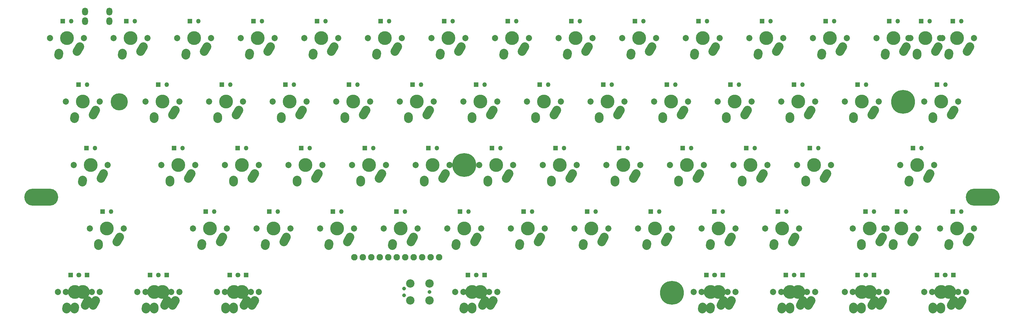
<source format=gts>
G04 #@! TF.FileFunction,Soldermask,Top*
%FSLAX46Y46*%
G04 Gerber Fmt 4.6, Leading zero omitted, Abs format (unit mm)*
G04 Created by KiCad (PCBNEW (2016-01-20 BZR 6502, Git 4c1d9af)-product) date 2/15/2016 2:16:01 AM*
%MOMM*%
G01*
G04 APERTURE LIST*
%ADD10C,0.150000*%
%ADD11C,7.152640*%
%ADD12C,5.153660*%
%ADD13O,10.152380X5.153660*%
%ADD14C,1.143010*%
%ADD15C,2.527310*%
%ADD16C,4.140210*%
%ADD17C,1.854210*%
%ADD18C,2.652400*%
%ADD19O,1.802400X2.352400*%
%ADD20O,1.352400X1.352400*%
%ADD21R,1.352400X1.352400*%
%ADD22C,1.952400*%
G04 APERTURE END LIST*
D10*
D11*
X190504000Y-111921000D03*
X252689000Y-150221000D03*
X321940000Y-92920800D03*
D12*
X87109300Y-92920800D03*
D13*
X63748900Y-121521000D03*
X345831000Y-121521000D03*
D14*
X180022000Y-150020000D03*
X172402000Y-149004000D03*
X172402000Y-151036000D03*
D15*
X180022000Y-147480000D03*
X174307000Y-147480000D03*
X180022000Y-152560000D03*
X174307000Y-152560000D03*
D16*
X76200000Y-150020000D03*
D17*
X81280000Y-150020000D03*
X71120000Y-150020000D03*
D18*
X79199547Y-154019954D02*
X80010453Y-152560046D01*
X73660276Y-155099328D02*
X73699724Y-154520672D01*
D16*
X100012000Y-150020000D03*
D17*
X105092000Y-150020000D03*
X94932000Y-150020000D03*
D18*
X103011547Y-154019954D02*
X103822453Y-152560046D01*
X97472276Y-155099328D02*
X97511724Y-154520672D01*
D16*
X123825000Y-150020000D03*
D17*
X128905000Y-150020000D03*
X118745000Y-150020000D03*
D18*
X126824547Y-154019954D02*
X127635453Y-152560046D01*
X121285276Y-155099328D02*
X121324724Y-154520672D01*
D16*
X195262000Y-150020000D03*
D17*
X200342000Y-150020000D03*
X190182000Y-150020000D03*
D18*
X198261547Y-154019954D02*
X199072453Y-152560046D01*
X192722276Y-155099328D02*
X192761724Y-154520672D01*
D16*
X266700000Y-150020000D03*
D17*
X271780000Y-150020000D03*
X261620000Y-150020000D03*
D18*
X269699547Y-154019954D02*
X270510453Y-152560046D01*
X264160276Y-155099328D02*
X264199724Y-154520672D01*
D16*
X290512000Y-150020000D03*
D17*
X295592000Y-150020000D03*
X285432000Y-150020000D03*
D18*
X293511547Y-154019954D02*
X294322453Y-152560046D01*
X287972276Y-155099328D02*
X288011724Y-154520672D01*
D16*
X311931000Y-150020000D03*
D17*
X317011000Y-150020000D03*
X306851000Y-150020000D03*
D18*
X314930547Y-154019954D02*
X315741453Y-152560046D01*
X309391276Y-155099328D02*
X309430724Y-154520672D01*
D16*
X335744000Y-150020000D03*
D17*
X340824000Y-150020000D03*
X330664000Y-150020000D03*
D18*
X338743547Y-154019954D02*
X339554453Y-152560046D01*
X333204276Y-155099328D02*
X333243724Y-154520672D01*
D19*
X76860000Y-68720000D03*
X84160000Y-68720000D03*
X84160000Y-65820000D03*
X76860000Y-65820000D03*
D16*
X328613000Y-73820000D03*
D17*
X333693000Y-73820000D03*
X323533000Y-73820000D03*
D18*
X331612547Y-77819954D02*
X332423453Y-76360046D01*
X326073276Y-78899328D02*
X326112724Y-78320672D01*
D16*
X321469000Y-130970000D03*
D17*
X326549000Y-130970000D03*
X316389000Y-130970000D03*
D18*
X324468547Y-134969954D02*
X325279453Y-133510046D01*
X318929276Y-136049328D02*
X318968724Y-135470672D01*
D20*
X72707500Y-68740000D03*
D21*
X70167500Y-68740000D03*
D20*
X91757500Y-68740000D03*
D21*
X89217500Y-68740000D03*
D20*
X110808000Y-68740000D03*
D21*
X108268000Y-68740000D03*
D20*
X129858000Y-68740000D03*
D21*
X127318000Y-68740000D03*
D20*
X148908000Y-68740000D03*
D21*
X146368000Y-68740000D03*
D20*
X167958000Y-68740000D03*
D21*
X165418000Y-68740000D03*
D20*
X187008000Y-68740000D03*
D21*
X184468000Y-68740000D03*
D20*
X206058000Y-68740000D03*
D21*
X203518000Y-68740000D03*
D20*
X225108000Y-68740000D03*
D21*
X222568000Y-68740000D03*
D20*
X244158000Y-68740000D03*
D21*
X241618000Y-68740000D03*
D20*
X263208000Y-68740000D03*
D21*
X260668000Y-68740000D03*
D20*
X282258000Y-68740000D03*
D21*
X279718000Y-68740000D03*
D20*
X301308000Y-68740000D03*
D21*
X298768000Y-68740000D03*
D20*
X320358000Y-68740000D03*
D21*
X317818000Y-68740000D03*
D20*
X339408000Y-68740000D03*
D21*
X336868000Y-68740000D03*
D20*
X77470000Y-87790000D03*
D21*
X74930000Y-87790000D03*
D20*
X101282000Y-87790000D03*
D21*
X98742000Y-87790000D03*
D20*
X120332000Y-87790000D03*
D21*
X117792000Y-87790000D03*
D20*
X139382000Y-87790000D03*
D21*
X136842000Y-87790000D03*
D20*
X158432000Y-87790000D03*
D21*
X155892000Y-87790000D03*
D20*
X177482000Y-87790000D03*
D21*
X174942000Y-87790000D03*
D20*
X196532000Y-87790000D03*
D21*
X193992000Y-87790000D03*
D20*
X215582000Y-87790000D03*
D21*
X213042000Y-87790000D03*
D20*
X234632000Y-87790000D03*
D21*
X232092000Y-87790000D03*
D20*
X253682000Y-87790000D03*
D21*
X251142000Y-87790000D03*
D20*
X272732000Y-87790000D03*
D21*
X270192000Y-87790000D03*
D20*
X291782000Y-87790000D03*
D21*
X289242000Y-87790000D03*
D20*
X310832000Y-87790000D03*
D21*
X308292000Y-87790000D03*
D20*
X334645000Y-87790000D03*
D21*
X332105000Y-87790000D03*
D20*
X79852500Y-106840000D03*
D21*
X77312500Y-106840000D03*
D20*
X106046000Y-106840000D03*
D21*
X103506000Y-106840000D03*
D20*
X125096000Y-106840000D03*
D21*
X122556000Y-106840000D03*
D20*
X144146000Y-106840000D03*
D21*
X141606000Y-106840000D03*
D20*
X163196000Y-106840000D03*
D21*
X160656000Y-106840000D03*
D20*
X182246000Y-106840000D03*
D21*
X179706000Y-106840000D03*
D20*
X201296000Y-106840000D03*
D21*
X198756000Y-106840000D03*
D20*
X220346000Y-106840000D03*
D21*
X217806000Y-106840000D03*
D20*
X239396000Y-106840000D03*
D21*
X236856000Y-106840000D03*
D20*
X258446000Y-106840000D03*
D21*
X255906000Y-106840000D03*
D20*
X277496000Y-106840000D03*
D21*
X274956000Y-106840000D03*
D20*
X296546000Y-106840000D03*
D21*
X294006000Y-106840000D03*
D20*
X327502000Y-106840000D03*
D21*
X324962000Y-106840000D03*
D20*
X84613800Y-125889000D03*
D21*
X82073800Y-125889000D03*
D20*
X115570000Y-125889000D03*
D21*
X113030000Y-125889000D03*
D20*
X134620000Y-125889000D03*
D21*
X132080000Y-125889000D03*
D20*
X153670000Y-125889000D03*
D21*
X151130000Y-125889000D03*
D20*
X172720000Y-125889000D03*
D21*
X170180000Y-125889000D03*
D20*
X191770000Y-125889000D03*
D21*
X189230000Y-125889000D03*
D20*
X210820000Y-125889000D03*
D21*
X208280000Y-125889000D03*
D20*
X229870000Y-125889000D03*
D21*
X227330000Y-125889000D03*
D20*
X248920000Y-125889000D03*
D21*
X246380000Y-125889000D03*
D20*
X267970000Y-125889000D03*
D21*
X265430000Y-125889000D03*
D20*
X287020000Y-125889000D03*
D21*
X284480000Y-125889000D03*
D20*
X313214000Y-125889000D03*
D21*
X310674000Y-125889000D03*
D20*
X339408000Y-125889000D03*
D21*
X336868000Y-125889000D03*
D20*
X75088800Y-144940000D03*
D21*
X72548800Y-144940000D03*
D20*
X98901200Y-144940000D03*
D21*
X96361200Y-144940000D03*
D20*
X122714000Y-144940000D03*
D21*
X120174000Y-144940000D03*
D20*
X194151000Y-144940000D03*
D21*
X191611000Y-144940000D03*
D20*
X265589000Y-144940000D03*
D21*
X263049000Y-144940000D03*
D20*
X289401000Y-144940000D03*
D21*
X286861000Y-144940000D03*
D20*
X310832000Y-144940000D03*
D21*
X308292000Y-144940000D03*
D20*
X334645000Y-144940000D03*
D21*
X332105000Y-144940000D03*
D20*
X322739000Y-125889000D03*
D21*
X320199000Y-125889000D03*
D20*
X74930000Y-144940000D03*
D21*
X77470000Y-144940000D03*
D20*
X98742000Y-144940000D03*
D21*
X101282000Y-144940000D03*
D20*
X122555000Y-144940000D03*
D21*
X125095000Y-144940000D03*
D20*
X193992000Y-144940000D03*
D21*
X196532000Y-144940000D03*
D20*
X265430000Y-144940000D03*
D21*
X267970000Y-144940000D03*
D20*
X289242000Y-144940000D03*
D21*
X291782000Y-144940000D03*
D20*
X310674000Y-144940000D03*
D21*
X313214000Y-144940000D03*
D20*
X334486000Y-144940000D03*
D21*
X337026000Y-144940000D03*
D16*
X333375000Y-150020000D03*
D17*
X338455000Y-150020000D03*
X328295000Y-150020000D03*
D18*
X336374547Y-154019954D02*
X337185453Y-152560046D01*
X330835276Y-155099328D02*
X330874724Y-154520672D01*
D16*
X309562000Y-150020000D03*
D17*
X314642000Y-150020000D03*
X304482000Y-150020000D03*
D18*
X312561547Y-154019954D02*
X313372453Y-152560046D01*
X307022276Y-155099328D02*
X307061724Y-154520672D01*
D16*
X288131000Y-150020000D03*
D17*
X293211000Y-150020000D03*
X283051000Y-150020000D03*
D18*
X291130547Y-154019954D02*
X291941453Y-152560046D01*
X285591276Y-155099328D02*
X285630724Y-154520672D01*
D16*
X264319000Y-150020000D03*
D17*
X269399000Y-150020000D03*
X259239000Y-150020000D03*
D18*
X267318547Y-154019954D02*
X268129453Y-152560046D01*
X261779276Y-155099328D02*
X261818724Y-154520672D01*
D16*
X192881000Y-150020000D03*
D17*
X197961000Y-150020000D03*
X187801000Y-150020000D03*
D18*
X195880547Y-154019954D02*
X196691453Y-152560046D01*
X190341276Y-155099328D02*
X190380724Y-154520672D01*
D16*
X121444000Y-150020000D03*
D17*
X126524000Y-150020000D03*
X116364000Y-150020000D03*
D18*
X124443547Y-154019954D02*
X125254453Y-152560046D01*
X118904276Y-155099328D02*
X118943724Y-154520672D01*
D16*
X97631200Y-150020000D03*
D17*
X102711200Y-150020000D03*
X92551200Y-150020000D03*
D18*
X100630747Y-154019954D02*
X101441653Y-152560046D01*
X95091476Y-155099328D02*
X95130924Y-154520672D01*
D16*
X73818800Y-150020000D03*
D17*
X78898800Y-150020000D03*
X68738800Y-150020000D03*
D18*
X76818347Y-154019954D02*
X77629253Y-152560046D01*
X71279076Y-155099328D02*
X71318524Y-154520672D01*
D16*
X338138000Y-130970000D03*
D17*
X343218000Y-130970000D03*
X333058000Y-130970000D03*
D18*
X341137547Y-134969954D02*
X341948453Y-133510046D01*
X335598276Y-136049328D02*
X335637724Y-135470672D01*
D16*
X311944000Y-130970000D03*
D17*
X317024000Y-130970000D03*
X306864000Y-130970000D03*
D18*
X314943547Y-134969954D02*
X315754453Y-133510046D01*
X309404276Y-136049328D02*
X309443724Y-135470672D01*
D16*
X285750000Y-130970000D03*
D17*
X290830000Y-130970000D03*
X280670000Y-130970000D03*
D18*
X288749547Y-134969954D02*
X289560453Y-133510046D01*
X283210276Y-136049328D02*
X283249724Y-135470672D01*
D16*
X266700000Y-130970000D03*
D17*
X271780000Y-130970000D03*
X261620000Y-130970000D03*
D18*
X269699547Y-134969954D02*
X270510453Y-133510046D01*
X264160276Y-136049328D02*
X264199724Y-135470672D01*
D16*
X247650000Y-130970000D03*
D17*
X252730000Y-130970000D03*
X242570000Y-130970000D03*
D18*
X250649547Y-134969954D02*
X251460453Y-133510046D01*
X245110276Y-136049328D02*
X245149724Y-135470672D01*
D16*
X228600000Y-130970000D03*
D17*
X233680000Y-130970000D03*
X223520000Y-130970000D03*
D18*
X231599547Y-134969954D02*
X232410453Y-133510046D01*
X226060276Y-136049328D02*
X226099724Y-135470672D01*
D16*
X209550000Y-130970000D03*
D17*
X214630000Y-130970000D03*
X204470000Y-130970000D03*
D18*
X212549547Y-134969954D02*
X213360453Y-133510046D01*
X207010276Y-136049328D02*
X207049724Y-135470672D01*
D16*
X190500000Y-130970000D03*
D17*
X195580000Y-130970000D03*
X185420000Y-130970000D03*
D18*
X193499547Y-134969954D02*
X194310453Y-133510046D01*
X187960276Y-136049328D02*
X187999724Y-135470672D01*
D16*
X171450000Y-130970000D03*
D17*
X176530000Y-130970000D03*
X166370000Y-130970000D03*
D18*
X174449547Y-134969954D02*
X175260453Y-133510046D01*
X168910276Y-136049328D02*
X168949724Y-135470672D01*
D16*
X152400000Y-130970000D03*
D17*
X157480000Y-130970000D03*
X147320000Y-130970000D03*
D18*
X155399547Y-134969954D02*
X156210453Y-133510046D01*
X149860276Y-136049328D02*
X149899724Y-135470672D01*
D16*
X133350000Y-130970000D03*
D17*
X138430000Y-130970000D03*
X128270000Y-130970000D03*
D18*
X136349547Y-134969954D02*
X137160453Y-133510046D01*
X130810276Y-136049328D02*
X130849724Y-135470672D01*
D16*
X114300000Y-130970000D03*
D17*
X119380000Y-130970000D03*
X109220000Y-130970000D03*
D18*
X117299547Y-134969954D02*
X118110453Y-133510046D01*
X111760276Y-136049328D02*
X111799724Y-135470672D01*
D16*
X83343800Y-130969000D03*
D17*
X88423800Y-130969000D03*
X78263800Y-130969000D03*
D18*
X86343347Y-134968954D02*
X87154253Y-133509046D01*
X80804076Y-136048328D02*
X80843524Y-135469672D01*
D16*
X326231000Y-111920000D03*
D17*
X331311000Y-111920000D03*
X321151000Y-111920000D03*
D18*
X329230547Y-115919954D02*
X330041453Y-114460046D01*
X323691276Y-116999328D02*
X323730724Y-116420672D01*
D16*
X295275000Y-111920000D03*
D17*
X300355000Y-111920000D03*
X290195000Y-111920000D03*
D18*
X298274547Y-115919954D02*
X299085453Y-114460046D01*
X292735276Y-116999328D02*
X292774724Y-116420672D01*
D16*
X276225000Y-111920000D03*
D17*
X281305000Y-111920000D03*
X271145000Y-111920000D03*
D18*
X279224547Y-115919954D02*
X280035453Y-114460046D01*
X273685276Y-116999328D02*
X273724724Y-116420672D01*
D16*
X257175000Y-111920000D03*
D17*
X262255000Y-111920000D03*
X252095000Y-111920000D03*
D18*
X260174547Y-115919954D02*
X260985453Y-114460046D01*
X254635276Y-116999328D02*
X254674724Y-116420672D01*
D16*
X238125000Y-111920000D03*
D17*
X243205000Y-111920000D03*
X233045000Y-111920000D03*
D18*
X241124547Y-115919954D02*
X241935453Y-114460046D01*
X235585276Y-116999328D02*
X235624724Y-116420672D01*
D16*
X219075000Y-111920000D03*
D17*
X224155000Y-111920000D03*
X213995000Y-111920000D03*
D18*
X222074547Y-115919954D02*
X222885453Y-114460046D01*
X216535276Y-116999328D02*
X216574724Y-116420672D01*
D16*
X200025000Y-111920000D03*
D17*
X205105000Y-111920000D03*
X194945000Y-111920000D03*
D18*
X203024547Y-115919954D02*
X203835453Y-114460046D01*
X197485276Y-116999328D02*
X197524724Y-116420672D01*
D16*
X180975000Y-111920000D03*
D17*
X186055000Y-111920000D03*
X175895000Y-111920000D03*
D18*
X183974547Y-115919954D02*
X184785453Y-114460046D01*
X178435276Y-116999328D02*
X178474724Y-116420672D01*
D16*
X161925000Y-111920000D03*
D17*
X167005000Y-111920000D03*
X156845000Y-111920000D03*
D18*
X164924547Y-115919954D02*
X165735453Y-114460046D01*
X159385276Y-116999328D02*
X159424724Y-116420672D01*
D16*
X142875000Y-111920000D03*
D17*
X147955000Y-111920000D03*
X137795000Y-111920000D03*
D18*
X145874547Y-115919954D02*
X146685453Y-114460046D01*
X140335276Y-116999328D02*
X140374724Y-116420672D01*
D16*
X123825000Y-111920000D03*
D17*
X128905000Y-111920000D03*
X118745000Y-111920000D03*
D18*
X126824547Y-115919954D02*
X127635453Y-114460046D01*
X121285276Y-116999328D02*
X121324724Y-116420672D01*
D16*
X104775000Y-111920000D03*
D17*
X109855000Y-111920000D03*
X99695000Y-111920000D03*
D18*
X107774547Y-115919954D02*
X108585453Y-114460046D01*
X102235276Y-116999328D02*
X102274724Y-116420672D01*
D16*
X78582500Y-111920000D03*
D17*
X83662500Y-111920000D03*
X73502500Y-111920000D03*
D18*
X81582047Y-115919954D02*
X82392953Y-114460046D01*
X76042776Y-116999328D02*
X76082224Y-116420672D01*
D16*
X333375000Y-92870000D03*
D17*
X338455000Y-92870000D03*
X328295000Y-92870000D03*
D18*
X336374547Y-96869954D02*
X337185453Y-95410046D01*
X330835276Y-97949328D02*
X330874724Y-97370672D01*
D16*
X309562000Y-92870000D03*
D17*
X314642000Y-92870000D03*
X304482000Y-92870000D03*
D18*
X312561547Y-96869954D02*
X313372453Y-95410046D01*
X307022276Y-97949328D02*
X307061724Y-97370672D01*
D16*
X290512000Y-92870000D03*
D17*
X295592000Y-92870000D03*
X285432000Y-92870000D03*
D18*
X293511547Y-96869954D02*
X294322453Y-95410046D01*
X287972276Y-97949328D02*
X288011724Y-97370672D01*
D16*
X271462000Y-92870000D03*
D17*
X276542000Y-92870000D03*
X266382000Y-92870000D03*
D18*
X274461547Y-96869954D02*
X275272453Y-95410046D01*
X268922276Y-97949328D02*
X268961724Y-97370672D01*
D16*
X252412000Y-92870000D03*
D17*
X257492000Y-92870000D03*
X247332000Y-92870000D03*
D18*
X255411547Y-96869954D02*
X256222453Y-95410046D01*
X249872276Y-97949328D02*
X249911724Y-97370672D01*
D16*
X233362000Y-92870000D03*
D17*
X238442000Y-92870000D03*
X228282000Y-92870000D03*
D18*
X236361547Y-96869954D02*
X237172453Y-95410046D01*
X230822276Y-97949328D02*
X230861724Y-97370672D01*
D16*
X214312000Y-92870000D03*
D17*
X219392000Y-92870000D03*
X209232000Y-92870000D03*
D18*
X217311547Y-96869954D02*
X218122453Y-95410046D01*
X211772276Y-97949328D02*
X211811724Y-97370672D01*
D16*
X195262000Y-92870000D03*
D17*
X200342000Y-92870000D03*
X190182000Y-92870000D03*
D18*
X198261547Y-96869954D02*
X199072453Y-95410046D01*
X192722276Y-97949328D02*
X192761724Y-97370672D01*
D16*
X176212000Y-92870000D03*
D17*
X181292000Y-92870000D03*
X171132000Y-92870000D03*
D18*
X179211547Y-96869954D02*
X180022453Y-95410046D01*
X173672276Y-97949328D02*
X173711724Y-97370672D01*
D16*
X157162000Y-92870000D03*
D17*
X162242000Y-92870000D03*
X152082000Y-92870000D03*
D18*
X160161547Y-96869954D02*
X160972453Y-95410046D01*
X154622276Y-97949328D02*
X154661724Y-97370672D01*
D16*
X138112000Y-92870000D03*
D17*
X143192000Y-92870000D03*
X133032000Y-92870000D03*
D18*
X141111547Y-96869954D02*
X141922453Y-95410046D01*
X135572276Y-97949328D02*
X135611724Y-97370672D01*
D16*
X119062000Y-92870000D03*
D17*
X124142000Y-92870000D03*
X113982000Y-92870000D03*
D18*
X122061547Y-96869954D02*
X122872453Y-95410046D01*
X116522276Y-97949328D02*
X116561724Y-97370672D01*
D16*
X100012000Y-92870000D03*
D17*
X105092000Y-92870000D03*
X94932000Y-92870000D03*
D18*
X103011547Y-96869954D02*
X103822453Y-95410046D01*
X97472276Y-97949328D02*
X97511724Y-97370672D01*
D16*
X76200000Y-92870000D03*
D17*
X81280000Y-92870000D03*
X71120000Y-92870000D03*
D18*
X79199547Y-96869954D02*
X80010453Y-95410046D01*
X73660276Y-97949328D02*
X73699724Y-97370672D01*
D16*
X338138000Y-73820000D03*
D17*
X343218000Y-73820000D03*
X333058000Y-73820000D03*
D18*
X341137547Y-77819954D02*
X341948453Y-76360046D01*
X335598276Y-78899328D02*
X335637724Y-78320672D01*
D16*
X319088000Y-73820000D03*
D17*
X324168000Y-73820000D03*
X314008000Y-73820000D03*
D18*
X322087547Y-77819954D02*
X322898453Y-76360046D01*
X316548276Y-78899328D02*
X316587724Y-78320672D01*
D16*
X300038000Y-73820000D03*
D17*
X305118000Y-73820000D03*
X294958000Y-73820000D03*
D18*
X303037547Y-77819954D02*
X303848453Y-76360046D01*
X297498276Y-78899328D02*
X297537724Y-78320672D01*
D16*
X280988000Y-73820000D03*
D17*
X286068000Y-73820000D03*
X275908000Y-73820000D03*
D18*
X283987547Y-77819954D02*
X284798453Y-76360046D01*
X278448276Y-78899328D02*
X278487724Y-78320672D01*
D16*
X261938000Y-73820000D03*
D17*
X267018000Y-73820000D03*
X256858000Y-73820000D03*
D18*
X264937547Y-77819954D02*
X265748453Y-76360046D01*
X259398276Y-78899328D02*
X259437724Y-78320672D01*
D16*
X242888000Y-73820000D03*
D17*
X247968000Y-73820000D03*
X237808000Y-73820000D03*
D18*
X245887547Y-77819954D02*
X246698453Y-76360046D01*
X240348276Y-78899328D02*
X240387724Y-78320672D01*
D16*
X223838000Y-73820000D03*
D17*
X228918000Y-73820000D03*
X218758000Y-73820000D03*
D18*
X226837547Y-77819954D02*
X227648453Y-76360046D01*
X221298276Y-78899328D02*
X221337724Y-78320672D01*
D16*
X204788000Y-73820000D03*
D17*
X209868000Y-73820000D03*
X199708000Y-73820000D03*
D18*
X207787547Y-77819954D02*
X208598453Y-76360046D01*
X202248276Y-78899328D02*
X202287724Y-78320672D01*
D16*
X185738000Y-73820000D03*
D17*
X190818000Y-73820000D03*
X180658000Y-73820000D03*
D18*
X188737547Y-77819954D02*
X189548453Y-76360046D01*
X183198276Y-78899328D02*
X183237724Y-78320672D01*
D16*
X166688000Y-73820000D03*
D17*
X171768000Y-73820000D03*
X161608000Y-73820000D03*
D18*
X169687547Y-77819954D02*
X170498453Y-76360046D01*
X164148276Y-78899328D02*
X164187724Y-78320672D01*
D16*
X147638000Y-73820000D03*
D17*
X152718000Y-73820000D03*
X142558000Y-73820000D03*
D18*
X150637547Y-77819954D02*
X151448453Y-76360046D01*
X145098276Y-78899328D02*
X145137724Y-78320672D01*
D16*
X128588000Y-73820000D03*
D17*
X133668000Y-73820000D03*
X123508000Y-73820000D03*
D18*
X131587547Y-77819954D02*
X132398453Y-76360046D01*
X126048276Y-78899328D02*
X126087724Y-78320672D01*
D16*
X109538000Y-73820000D03*
D17*
X114618000Y-73820000D03*
X104458000Y-73820000D03*
D18*
X112537547Y-77819954D02*
X113348453Y-76360046D01*
X106998276Y-78899328D02*
X107037724Y-78320672D01*
D16*
X90487500Y-73820000D03*
D17*
X95567500Y-73820000D03*
X85407500Y-73820000D03*
D18*
X93487047Y-77819954D02*
X94297953Y-76360046D01*
X87947776Y-78899328D02*
X87987224Y-78320672D01*
D16*
X71437500Y-73820000D03*
D17*
X76517500Y-73820000D03*
X66357500Y-73820000D03*
D18*
X74437047Y-77819954D02*
X75247953Y-76360046D01*
X68897776Y-78899328D02*
X68937224Y-78320672D01*
D20*
X329882000Y-68740000D03*
D21*
X327342000Y-68740000D03*
D22*
X182912000Y-139573000D03*
X180372000Y-139573000D03*
X177832000Y-139573000D03*
X175292000Y-139573000D03*
X172752000Y-139573000D03*
X170212000Y-139573000D03*
X167672000Y-139573000D03*
X165132000Y-139573000D03*
X162592000Y-139573000D03*
X160052000Y-139573000D03*
X157512000Y-139573000D03*
M02*

</source>
